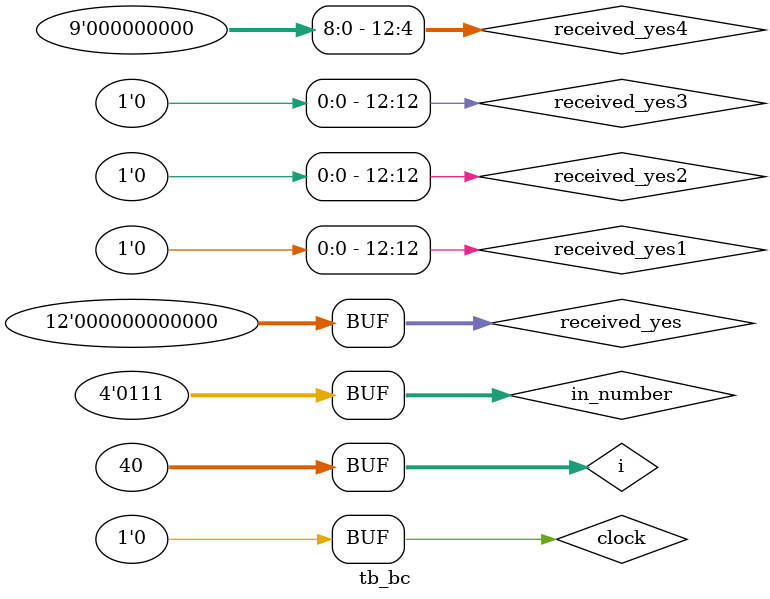
<source format=v>
module BufferContainer(clock, in_number, received_yes, received1, received2, received3, received4,
									dropped1, dropped2, dropped3, dropped4, data1, data2, data3, data4, 
									output_count1, output_count2, output_count3, output_count4, 
									outputted_buffer_packet);

   input clock;
   integer clock_count = 0;
   input wire[3:0] in_number;
	input wire[11:0] received_yes;
   output wire[11:0] received1;
   output wire[11:0] received2;
   output wire[11:0] received3;
   output wire[11:0] received4;
   output wire[11:0] dropped1;
   output wire[11:0] dropped2;
   output wire[11:0] dropped3;
   output wire[11:0] dropped4;
   wire[3:0] current1;
   wire[3:0] current2;
   wire[3:0] current3;
   wire[3:0] current4;
   output wire[17:0] data1;
   output wire[17:0] data2;
   output wire[17:0] data3;
   output wire[17:0] data4;
	output wire[11:0] output_count1;
	output wire[11:0] output_count2;
	output wire[11:0] output_count3;
	output wire[11:0] output_count4;
   output reg[3:0] outputted_buffer_packet;
   wire[1:0] outputted_packet1;
   wire[1:0] outputted_packet2;
   wire[1:0] outputted_packet3;
   wire[1:0] outputted_packet4;
	
	reg[11:0] received_yes1 = 12'b000000000000;
	reg[11:0] received_yes2 = 12'b000000000000;
	reg[11:0] received_yes3 = 12'b000000000000;
	reg[11:0] received_yes4 = 12'b000000000000;	
	
	reg[2:0] num1;
	reg[2:0] num2;
	reg[2:0] num3;
	reg[2:0] num4;
	
	Buffer eren(clock, received_yes1, num1, received1, dropped1, current1, data1, output_count1, outputted_packet1);
	Buffer erenn(clock, received_yes2, num2, received2, dropped2, current2, data2, output_count2, outputted_packet2);
	Buffer erennn(clock, received_yes3, num3, received3, dropped3, current3, data3, output_count3, outputted_packet3);
	Buffer erennnn(clock, received_yes4, num4, received4, dropped4, current4, data4, output_count4, outputted_packet4);
	
	wire[1:0] max_point_buffer;
	
	reg letsgo = 0;
	
	Grader canim(letsgo, current1, current2, current3, current4, max_point_buffer);
	
	integer past_received_yes = 0;
	
	always @(posedge clock) begin
		if(clock_count == 150000000) begin // MORBIN TIME
			clock_count = 0;
			letsgo = ~letsgo;
			// output the highest graded buffer's packet
			case (max_point_buffer)
				2'b00: begin
					if(current1 > 4'b0000) begin
						outputted_buffer_packet[3:2] = 2'b00;
						outputted_buffer_packet[1:0] = outputted_packet1[1:0];
						num1 = 3'b100; received_yes1 = received_yes1 + 1; // tell buffer 1 that it is required to output
					end
				end
				2'b01: begin
					if(current2 > 4'b0000) begin
						outputted_buffer_packet[3:2] = 2'b01;
						outputted_buffer_packet[1:0] = outputted_packet2[1:0];
						num2 = 3'b100; received_yes2 = received_yes2 + 1; // tell buffer 2 that it is required to output
					end
				end
				2'b10: begin
					if(current3 > 4'b0000) begin
						outputted_buffer_packet[3:2] = 2'b10;
						outputted_buffer_packet[1:0] = outputted_packet3[1:0];
						num3 = 3'b100; received_yes3 = received_yes3 + 1; // tell buffer 3 that it is required to output
					end
				end
				2'b11: begin
					if(current4 > 4'b0000) begin
						outputted_buffer_packet[3:2] = 2'b11;
						outputted_buffer_packet[1:0] = outputted_packet4[1:0];
						num4 = 3'b100; received_yes4 = received_yes4 + 1; // tell buffer 4 that it is required to output
					end
				end
			endcase
		end else begin // RECEIVE TIME
			clock_count = clock_count + 1;
			if(received_yes > past_received_yes) begin
				past_received_yes = received_yes;
				case (in_number[3:2])
					2'b00: begin
						num1[2] = 0;
						num1[1:0] = in_number[1:0];
						received_yes1 = received_yes1 + 1;
					end
					2'b01: begin
						num2[2] = 0;
						num2[1:0] = in_number[1:0];
						received_yes2 = received_yes2 + 1;
					end
					2'b10: begin
						num3[2] = 0;
						num3[1:0] = in_number[1:0];
						received_yes3 = received_yes3 + 1;
					end
					2'b11: begin
						num4[2] = 0;
						num4[1:0] = in_number[1:0];
						received_yes4 = received_yes4 + 1;
					 end
				endcase
			end	
		end
		
	end
	
endmodule

module Buffer(clock, received_yes, num, received, dropped, current, data, output_count, outputted_packet);
	
	input clock;
	input wire[11:0] received_yes;
	reg[11:0] past_received_yes = 0;
	input wire[2:0]num; // 3 bit number, if output is pulled from this buffer, send 100 as num
	output reg[11:0] received = 12'b000000000000;
	output reg[11:0] dropped = 12'b000000000000;
	output reg[3:0] current = 4'b0000;
	output reg[17:0] data = 18'b100100100100100100; // oldest num -> 3 LSB, 100 is put in data to indicate empty cell
	output reg[11:0] output_count = 12'b000000000000;
	output reg[1:0] outputted_packet;
	
	integer i = 3;
	integer current_int = 0;
	
	always @(posedge clock) begin
		if(received_yes > past_received_yes) begin
			past_received_yes = received_yes;
			if(num == 3'b100) begin // output is taken from this buffer 
				if(current > 4'b0000) begin
					for(i = 3; i<18; i = i + 1) begin
						data[i-3] <= data[i];
					end
					data[17] <= 1;
					data[16] <= 0;
					data[15] <= 0;
					current = current - 1;
					if(output_count == 0)
						output_count = 1;
					else if(output_count == 1)
						output_count = 2;
					else
						output_count = output_count + 1;
				end
			end else begin
				if(current < 4'b0110) begin // buffer is not full, only add packet
					current_int = current[0] + 2*current[1] + 4*current[2] + 8*current[3];
					data[current_int + current_int + current_int] <= num[0];
					data[current_int + current_int + current_int + 1] <= num[1];
					data[current_int + current_int + current_int + 2] <= num[2];
					if(current_int == 0) begin
						outputted_packet[0] <= num[0];
						outputted_packet[1] <= num[1];
					end else begin
						outputted_packet[0] <= data[0];
						outputted_packet[1] <= data[1];
					end
					
					if(received == 0)
						received = 1;
					else if(received == 1)
						received = 2;
					else
						received = received + 1;
					
					current = current + 1;
				end else begin // buffer is full, also drop happens
					
					if(received == 0)
						received = 1;
					else if(received == 1)
						received = 2;
					else
						received = received + 1;
					
					dropped = dropped + 1;
					outputted_packet[0] <= data[3];
					outputted_packet[1] <= data[4];
					for(i = 3; i<18; i = i + 1) begin
						data[i-3] <= data[i];
					end
					data[17] <= num[2];
					data[16] <= num[1];
					data[15] <= num[0];
				end
			end
		end
	end
	
endmodule

module Grader(letsgo, current1, current2, current3, current4, max_point_buffer);

	input wire letsgo;
	input wire[3:0] current1;
	input wire[3:0] current2;
	input wire[3:0] current3;
	input wire[3:0] current4;
	output reg[1:0] max_point_buffer;
	
	integer point1;
	integer point2;
	integer point3;
	integer point4;
	
	integer latency1 = 800;
	integer latency2 = 600;
	integer latency3 = 400;
	integer latency4 = 200;
	integer reliability1 = 40;
	integer reliability2 = 95;
	integer reliability3 = 150;
	integer reliability4 = 210;
	
	always @(letsgo) begin
	
		point1 = latency1 + reliability1*current1;
		point2 = latency2 + reliability2*current2;
		point3 = latency3 + reliability3*current3;
		point4 = latency4 + reliability4*current4;
		
	
		if(current1==0) begin
		point1=0;
		end
		if(current2==0) begin
		point2=0;
		end
		if(current3==0) begin
		point3=0;
		end
		if(current4==0) begin
		point4=0;
		end
	
		if(point2 > point1) begin
			if(point4 > point3) begin
				if(point4 > point2)
					max_point_buffer= 2'b11;
				else
					max_point_buffer= 2'b01;
			end else begin
				if(point3 > point2)
					max_point_buffer= 2'b10;
				else
					max_point_buffer= 2'b01;
			end
		end else begin
			if(point4 > point3) begin
				if(point4 > point1)
					max_point_buffer= 2'b11;
				else
					max_point_buffer= 2'b00;
			end else begin
				if(point3 > point1)
					max_point_buffer= 2'b10;
				else
					max_point_buffer= 2'b00;
			end
		end
	end

endmodule




module tb_bc();

    reg clock = 0;
    reg[3:0] in_number;
    wire[11:0] received1;
    wire[11:0] received2;
    wire[11:0] received3;
    wire[11:0] received4;
    wire[11:0] dropped1;
    wire[11:0] dropped2;
    wire[11:0] dropped3;
    wire[11:0] dropped4;
    wire[3:0] current1;
    wire[3:0] current2;
    wire[3:0] current3;
    wire[3:0] current4;
    wire[17:0] data1;
    wire[17:0] data2;
    wire[17:0] data3;
    wire[17:0] data4;
    wire[3:0] outputted_buffer_packet;
	 wire[1:0] outputted_packet1;
    wire[1:0] outputted_packet2;
    wire[1:0] outputted_packet3;
    wire[1:0] outputted_packet4;
	 reg[11:0] received_yes = 12'b000000000000;
	 wire[12:0] received_yes1;
	 wire[12:0] received_yes2;
	 wire[12:0] received_yes3;
	 wire[12:0] received_yes4;

    BufferContainer noyan(clock, in_number, received_yes, received1, received2, 
                            received3, received4, dropped1, dropped2, dropped3, 
                            dropped4, 
                            data1, data2, data3, data4, outputted_buffer_packet, received_yes1, received_yes2, received_yes3, received_yes4);

    integer i = 0;

    parameter delay = 10;

    initial begin
        for(i = 0;i <40; i = i + 1) begin
            #(delay) clock = ~clock;
        end
        in_number = 4'b0111;received_yes = received_yes + 1;
		  for(i = 0;i <40; i = i + 1) begin
            #(delay) clock = ~clock;
        end
        in_number = 4'b0011;received_yes = received_yes + 1;
		  for(i = 0;i <40; i = i + 1) begin
            #(delay) clock = ~clock;
        end
        in_number = 4'b0101;received_yes = received_yes + 1;
		  for(i = 0;i <40; i = i + 1) begin
            #(delay) clock = ~clock;
        end
        in_number = 4'b0111;received_yes = received_yes + 1;
		  for(i = 0;i <40; i = i + 1) begin
            #(delay) clock = ~clock;
        end
        in_number = 4'b0110;received_yes = received_yes + 1;
		  for(i = 0;i <40; i = i + 1) begin
            #(delay) clock = ~clock;
        end
        in_number = 4'b0000;received_yes = received_yes + 1;
		  for(i = 0;i <40; i = i + 1) begin
            #(delay) clock = ~clock;
        end
        in_number = 4'b1111;received_yes = received_yes + 1;
		  for(i = 0;i <40; i = i + 1) begin
            #(delay) clock = ~clock;
        end
        in_number = 4'b1011;received_yes = received_yes + 1;
		  for(i = 0;i <40; i = i + 1) begin
            #(delay) clock = ~clock;
        end
        in_number = 4'b0111;received_yes = received_yes + 1;
		  for(i = 0;i <40; i = i + 1) begin
            #(delay) clock = ~clock;
        end
        in_number = 4'b0111;received_yes = received_yes + 1;
		  for(i = 0;i <40; i = i + 1) begin
            #(delay) clock = ~clock;
        end
        in_number = 4'b0111;received_yes = received_yes + 1;
		  for(i = 0;i <40; i = i + 1) begin
            #(delay) clock = ~clock;
        end
        in_number = 4'b0111;received_yes = received_yes + 1;
		  for(i = 0;i <40; i = i + 1) begin
            #(delay) clock = ~clock;
        end
        in_number = 4'b0111;received_yes = received_yes + 1;
		  for(i = 0;i <40; i = i + 1) begin
            #(delay) clock = ~clock;
        end
        in_number = 4'b0111;received_yes = received_yes + 1;
		  for(i = 0;i <40; i = i + 1) begin
            #(delay) clock = ~clock;
        end
        in_number = 4'b0111;received_yes = received_yes + 1;
		  for(i = 0;i <40; i = i + 1) begin
            #(delay) clock = ~clock;
        end
        in_number = 4'b0111;received_yes = received_yes + 1;
		  for(i = 0;i <40; i = i + 1) begin
            #(delay) clock = ~clock;
        end
        in_number = 4'b0111;received_yes = received_yes + 1;
		  for(i = 0;i <40; i = i + 1) begin
            #(delay) clock = ~clock;
        end
        in_number = 4'b0111;received_yes = received_yes + 1;
		  for(i = 0;i <40; i = i + 1) begin
            #(delay) clock = ~clock;
        end
        in_number = 4'b0111;received_yes = received_yes + 1;
		  for(i = 0;i <40; i = i + 1) begin
            #(delay) clock = ~clock;
        end
        in_number = 4'b0111;received_yes = received_yes + 1;
		  for(i = 0;i <40; i = i + 1) begin
            #(delay) clock = ~clock;
        end
        in_number = 4'b0111;received_yes = received_yes + 1;
		  for(i = 0;i <40; i = i + 1) begin
            #(delay) clock = ~clock;
        end
        in_number = 4'b0111;received_yes = received_yes + 1;
		  for(i = 0;i <40; i = i + 1) begin
            #(delay) clock = ~clock;
        end
        in_number = 4'b0111;received_yes = received_yes + 1;
		  for(i = 0;i <40; i = i + 1) begin
            #(delay) clock = ~clock;
        end
        in_number = 4'b0111;received_yes = received_yes + 1;
		  for(i = 0;i <40; i = i + 1) begin
            #(delay) clock = ~clock;
        end
        in_number = 4'b0111;received_yes = received_yes + 1;
		  for(i = 0;i <40; i = i + 1) begin
            #(delay) clock = ~clock;
        end
        in_number = 4'b0111;received_yes = received_yes + 1;
		  for(i = 0;i <40; i = i + 1) begin
            #(delay) clock = ~clock;
        end
        in_number = 4'b0111;received_yes = received_yes + 1;
		  
        
		  
    end

endmodule

</source>
